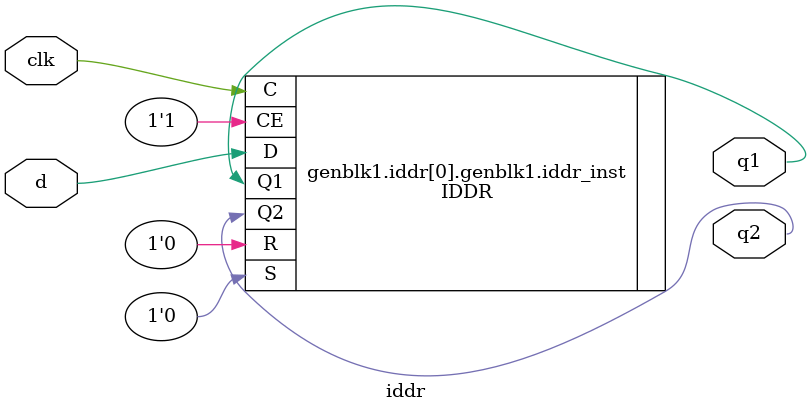
<source format=v>
/*

Copyright (c) 2016-2018 Alex Forencich

Permission is hereby granted, free of charge, to any person obtaining a copy
of this software and associated documentation files (the "Software"), to deal
in the Software without restriction, including without limitation the rights
to use, copy, modify, merge, publish, distribute, sublicense, and/or sell
copies of the Software, and to permit persons to whom the Software is
furnished to do so, subject to the following conditions:

The above copyright notice and this permission notice shall be included in
all copies or substantial portions of the Software.

THE SOFTWARE IS PROVIDED "AS IS", WITHOUT WARRANTY OF ANY KIND, EXPRESS OR
IMPLIED, INCLUDING BUT NOT LIMITED TO THE WARRANTIES OF MERCHANTABILITY
FITNESS FOR A PARTICULAR PURPOSE AND NONINFRINGEMENT. IN NO EVENT SHALL THE
AUTHORS OR COPYRIGHT HOLDERS BE LIABLE FOR ANY CLAIM, DAMAGES OR OTHER
LIABILITY, WHETHER IN AN ACTION OF CONTRACT, TORT OR OTHERWISE, ARISING FROM,
OUT OF OR IN CONNECTION WITH THE SOFTWARE OR THE USE OR OTHER DEALINGS IN
THE SOFTWARE.

*/

// Language: Verilog 2001

`timescale 1ns / 1ps

/*
 * Generic IDDR module
 */
module iddr #
(
    // target ("SIM", "GENERIC", "XILINX", "ALTERA")
    parameter TARGET = "XILINX",
    // IODDR style ("IODDR", "IODDR2")
    // Use IODDR for Virtex-4, Virtex-5, Virtex-6, 7 Series, Ultrascale
    // Use IODDR2 for Spartan-6
    parameter IODDR_STYLE = "IODDR",
    // Width of register in bits
    parameter WIDTH = 1
)
(
    input  wire             clk,

    input  wire [WIDTH-1:0] d,

    output wire [WIDTH-1:0] q1,
    output wire [WIDTH-1:0] q2
);

/*

Provides a consistent input DDR flip flop across multiple FPGA families
              _____       _____       _____       _____       ____
    clk  ____/     \_____/     \_____/     \_____/     \_____/
         _ _____ _____ _____ _____ _____ _____ _____ _____ _____ _
    d    _X_D0__X_D1__X_D2__X_D3__X_D4__X_D5__X_D6__X_D7__X_D8__X_
         _______ ___________ ___________ ___________ ___________ _
    q1   _______X___________X____D0_____X____D2_____X____D4_____X_
         _______ ___________ ___________ ___________ ___________ _
    q2   _______X___________X____D1_____X____D3_____X____D5_____X_

*/

genvar n;

generate

if (TARGET == "XILINX") begin
    for (n = 0; n < WIDTH; n = n + 1) begin : iddr
        if (IODDR_STYLE == "IODDR") begin
            IDDR #(
                .DDR_CLK_EDGE("SAME_EDGE_PIPELINED"),
                .SRTYPE("ASYNC")
            )
            iddr_inst (
                .Q1(q1[n]),
                .Q2(q2[n]),
                .C(clk),
                .CE(1'b1),
                .D(d[n]),
                .R(1'b0),
                .S(1'b0)
            );
        end else if (IODDR_STYLE == "IODDR2") begin
            IDDR2 #(
                .DDR_ALIGNMENT("C0")
            )
            iddr_inst (
                .Q0(q1[n]),
                .Q1(q2[n]),
                .C0(clk),
                .C1(~clk),
                .CE(1'b1),
                .D(d[n]),
                .R(1'b0),
                .S(1'b0)
            );
        end
    end
end else if (TARGET == "ALTERA") begin
    wire [WIDTH-1:0] q1_int;
    reg [WIDTH-1:0] q1_delay;

    altddio_in #(
        .WIDTH(WIDTH),
        .POWER_UP_HIGH("OFF")
    )
    altddio_in_inst (
        .aset(1'b0),
        .datain(d),
        .inclocken(1'b1),
        .inclock(clk),
        .aclr(1'b0),
        .dataout_h(q1_int),
        .dataout_l(q2)
    );

    always @(posedge clk) begin
        q1_delay <= q1_int;
    end

    assign q1 = q1_delay;
end else begin
    reg [WIDTH-1:0] d_reg_1 = {WIDTH{1'b0}};
    reg [WIDTH-1:0] d_reg_2 = {WIDTH{1'b0}};

    reg [WIDTH-1:0] q_reg_1 = {WIDTH{1'b0}};
    reg [WIDTH-1:0] q_reg_2 = {WIDTH{1'b0}};

    always @(posedge clk) begin
        d_reg_1 <= d;
    end

    always @(negedge clk) begin
        d_reg_2 <= d;
    end

    always @(posedge clk) begin
        q_reg_1 <= d_reg_1;
        q_reg_2 <= d_reg_2;
    end

    assign q1 = q_reg_1;
    assign q2 = q_reg_2;
end

endgenerate

endmodule

</source>
